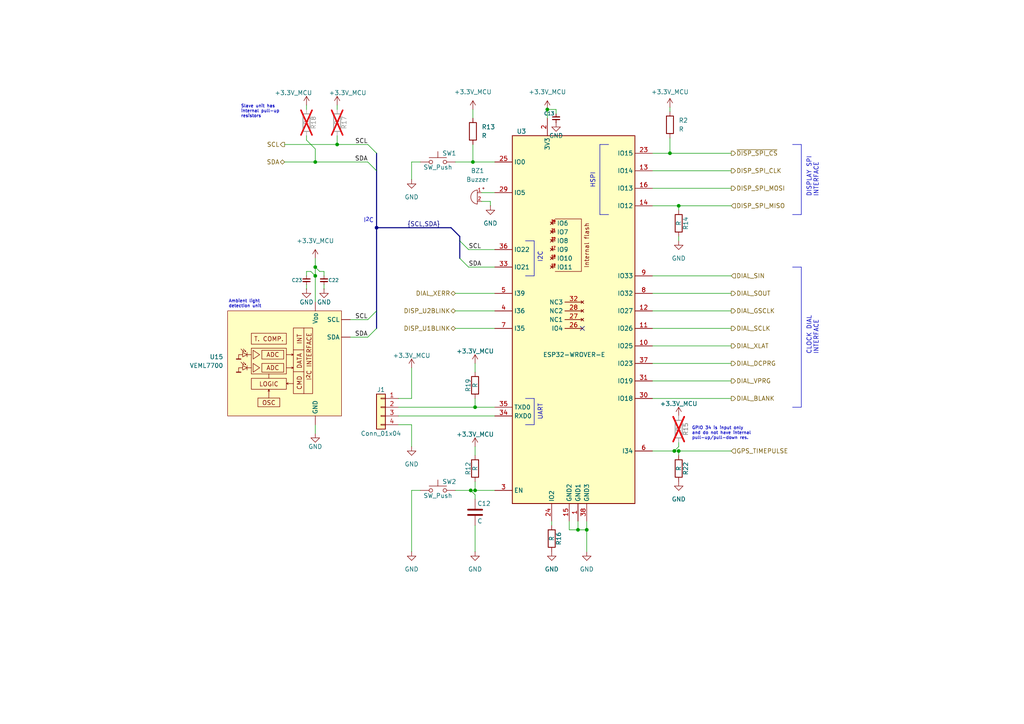
<source format=kicad_sch>
(kicad_sch (version 20231120) (generator "eeschema") (generator_version "8.0")
  (paper "A4")
  (title_block (title "Broadcast Clock") (date "2024-05-06") (rev "v1.0") (company "https://espenandersen.no") (comment 1 "MCU"))
  (lib_symbols
    (symbol "Connector_Generic:Conn_01x04" (pin_names (offset 1.016) hide)
      (property "Reference" "J" (at 0 5.08 0))
      (property "Value" "Conn_01x04" (at 0 -7.62 0))
      (symbol "Conn_01x04_1_1"
        (rectangle (start -1.27 -4.953) (end 0 -5.207) (stroke (width 0.1524)))
        (rectangle (start -1.27 -2.413) (end 0 -2.667) (stroke (width 0.1524)))
        (rectangle (start -1.27 0.127) (end 0 -0.127) (stroke (width 0.1524)))
        (rectangle (start -1.27 2.667) (end 0 2.413) (stroke (width 0.1524)))
        (rectangle (start -1.27 3.81) (end 1.27 -6.35) (stroke (width 0.254)) (fill (type background)))
        (pin passive line (at -5.08 2.54 0) (length 3.81) (name "Pin_1") (number "1"))
        (pin passive line (at -5.08 0 0) (length 3.81) (name "Pin_2") (number "2"))
        (pin passive line (at -5.08 -2.54 0) (length 3.81) (name "Pin_3") (number "3"))
        (pin passive line (at -5.08 -5.08 0) (length 3.81) (name "Pin_4") (number "4"))
      )
    )
    (symbol "Device:C" (pin_numbers hide) (pin_names (offset 0.254))
      (property "Reference" "C" (at 0.635 2.54 0))
      (property "Value" "C" (at 0.635 -2.54 0))
      (symbol "C_0_1"
        (polyline (pts (xy -2.032 -0.762) (xy 2.032 -0.762)) (stroke (width 0.508)))
        (polyline (pts (xy -2.032 0.762) (xy 2.032 0.762)) (stroke (width 0.508)))
      )
      (symbol "C_1_1"
        (pin passive line (at 0 3.81 270) (length 2.794) (name "~") (number "1"))
        (pin passive line (at 0 -3.81 90) (length 2.794) (name "~") (number "2"))
      )
    )
    (symbol "Device:R" (pin_numbers hide) (pin_names (offset 0))
      (property "Reference" "R" (at 2.032 0 90))
      (property "Value" "R" (at 0 0 90))
      (symbol "R_0_1"
        (rectangle (start -1.016 -2.54) (end 1.016 2.54) (stroke (width 0.254)))
      )
      (symbol "R_1_1"
        (pin passive line (at 0 3.81 270) (length 1.27) (name "~") (number "1"))
        (pin passive line (at 0 -3.81 90) (length 1.27) (name "~") (number "2"))
      )
    )
    (symbol "Device_espena:Buzzer" (pin_names (offset 0.0254) hide)
      (property "Reference" "BZ" (at 2.286 1.27 0))
      (property "Value" "Buzzer" (at 2.286 -1.27 0))
      (symbol "Buzzer_0_1"
        (arc (start 0 -2.032) (mid 1.8758 0) (end 0 2.032))
        (polyline (pts (xy -2.032 2.54) (xy -1.524 2.54)))
        (polyline (pts (xy -1.778 2.794) (xy -1.778 2.286)))
        (polyline (pts (xy 0 2.032) (xy 0 -2.032)))
      )
      (symbol "Buzzer_1_1"
        (pin passive line (at -1.27 1.27 0) (length 1.27) (name "-") (number "1"))
        (pin passive line (at -1.27 -1.27 0) (length 1.27) (name "+") (number "2"))
      )
    )
    (symbol "Device_espena:C_Decoupling" (pin_numbers hide) (pin_names (offset 0.254) hide)
      (property "Reference" "C" (at 0.4572 1.3716 0))
      (symbol "C_Decoupling_0_1"
        (polyline (pts (xy -1.016 -0.381) (xy 1.016 -0.381)) (stroke (width 0.3302)))
        (polyline (pts (xy -1.016 0.381) (xy 1.016 0.381)) (stroke (width 0.3302)))
      )
      (symbol "C_Decoupling_1_1"
        (pin passive line (at 0 1.27 270) (length 0.7938) (name "~") (number "1"))
        (pin passive line (at 0 -1.27 90) (length 0.7938) (name "~") (number "2"))
      )
    )
    (symbol "RF_Module_espena:ESP32-WROVER-E"
      (property "Reference" "U" (at -16.51 53.34 0))
      (property "Value" "ESP32-WROVER-E" (at -8.89 -11.43 0))
      (symbol "ESP32-WROVER-E_0_1"
        (rectangle (start -17.78 52.07) (end 17.78 -54.61) (stroke (width 0.254)) (fill (type background)))
        (polyline (pts (xy -5.35 27.94) (xy 2.27 27.94) (xy 2.27 12.7) (xy -5.35 12.7)))
        (text "Internal flash" (at 3.81 20.32 900) (effects (font (size 1.27 1.27))))
      )
      (symbol "ESP32-WROVER-E_1_1"
        (pin power_in line (at 1.27 -59.69 90) (length 5.08) (name "GND1") (number "1"))
        (pin bidirectional line (at 22.86 -8.89 180) (length 5.08) (name "IO25") (number "10"))
        (pin bidirectional line (at 22.86 -3.81 180) (length 5.08) (name "IO26") (number "11"))
        (pin bidirectional line (at 22.86 1.27 180) (length 5.08) (name "IO27") (number "12"))
        (pin bidirectional line (at 22.86 41.91 180) (length 5.08) (name "IO14") (number "13"))
        (pin bidirectional line (at 22.86 31.75 180) (length 5.08) (name "IO12") (number "14"))
        (pin power_in line (at -1.27 -59.69 90) (length 5.08) (name "GND2") (number "15"))
        (pin bidirectional line (at 22.86 36.83 180) (length 5.08) (name "IO13") (number "16"))
        (pin no_connect line (at -6.35 19.05 0) (length 1) (name "IO9") (number "17"))
        (pin no_connect line (at -6.35 16.51 0) (length 1) (name "IO10") (number "18"))
        (pin no_connect line (at -6.35 13.97 0) (length 1) (name "IO11") (number "19"))
        (pin power_in line (at -7.62 57.15 270) (length 5.08) (name "3V3") (number "2"))
        (pin no_connect line (at -6.35 26.67 0) (length 1) (name "IO6") (number "20"))
        (pin no_connect line (at -6.35 24.13 0) (length 1) (name "IO7") (number "21"))
        (pin no_connect line (at -6.35 21.59 0) (length 1) (name "IO8") (number "22"))
        (pin bidirectional line (at 22.86 46.99 180) (length 5.08) (name "IO15") (number "23"))
        (pin bidirectional line (at -6.35 -59.69 90) (length 5.08) (name "IO2") (number "24"))
        (pin bidirectional line (at -22.86 44.45 0) (length 5.08) (name "IO0") (number "25"))
        (pin bidirectional line (at 2.54 -3.81 180) (length 5.08) (name "IO4") (number "26"))
        (pin no_connect line (at 2.54 -1.27 180) (length 5.08) (name "NC1") (number "27"))
        (pin no_connect line (at 2.54 1.27 180) (length 5.08) (name "NC2") (number "28"))
        (pin bidirectional line (at -22.86 35.56 0) (length 5.08) (name "IO5") (number "29"))
        (pin input line (at -22.86 -50.8 0) (length 5.08) (name "EN") (number "3"))
        (pin bidirectional line (at 22.86 -24.13 180) (length 5.08) (name "IO18") (number "30"))
        (pin bidirectional line (at 22.86 -19.05 180) (length 5.08) (name "IO19") (number "31"))
        (pin no_connect line (at 2.54 3.81 180) (length 5.08) (name "NC3") (number "32"))
        (pin bidirectional line (at -22.86 13.97 0) (length 5.08) (name "IO21") (number "33"))
        (pin bidirectional line (at -22.86 -29.21 0) (length 5.08) (name "RXD0") (number "34"))
        (pin bidirectional line (at -22.86 -26.67 0) (length 5.08) (name "TXD0") (number "35"))
        (pin bidirectional line (at -22.86 19.05 0) (length 5.08) (name "IO22") (number "36"))
        (pin bidirectional line (at 22.86 -13.97 180) (length 5.08) (name "IO23") (number "37"))
        (pin power_in line (at 3.81 -59.69 90) (length 5.08) (name "GND3") (number "38"))
        (pin input line (at -22.86 1.27 0) (length 5.08) (name "I36") (number "4"))
        (pin input line (at -22.86 6.35 0) (length 5.08) (name "I39") (number "5"))
        (pin input line (at 22.86 -39.37 180) (length 5.08) (name "I34") (number "6"))
        (pin input line (at -22.86 -3.81 0) (length 5.08) (name "I35") (number "7"))
        (pin bidirectional line (at 22.86 6.35 180) (length 5.08) (name "IO32") (number "8"))
        (pin bidirectional line (at 22.86 11.43 180) (length 5.08) (name "IO33") (number "9"))
      )
    )
    (symbol "Sensor_Optical_espena:VEML7700"
      (property "Reference" "U" (at -7.62 8.89 0))
      (property "Value" "VEML7700" (at -13.335 3.175 0))
      (symbol "VEML7700_0_1"
        (rectangle (start -25.4 5.08) (end 7.62 -25.4) (fill (type background)))
        (rectangle (start -18.542 -14.478) (end -8.382 -17.653))
        (rectangle (start -18.542 -5.7404) (end -8.382 -13.208))
        (rectangle (start -18.542 -1.397) (end -8.382 -4.572))
        (rectangle (start -16.637 -20.193) (end -10.287 -22.733))
        (rectangle (start -15.494 -10.16) (end -9.144 -12.7))
        (rectangle (start -15.494 -6.35) (end -9.144 -8.89))
        (rectangle (start -6.35 0.127) (end -0.762 -18.923))
        (polyline (pts (xy -22.86 -12.7) (xy -21.59 -12.7)) (stroke (width 0.3)))
        (polyline (pts (xy -22.86 -8.89) (xy -21.59 -8.89)) (stroke (width 0.3)))
        (polyline (pts (xy -22.225 -11.43) (xy -22.225 -12.7)))
        (polyline (pts (xy -22.225 -7.62) (xy -22.225 -8.89)))
        (polyline (pts (xy -21.0566 -11.43) (xy -22.225 -11.43)))
        (polyline (pts (xy -21.0566 -7.62) (xy -22.225 -7.62)))
        (polyline (pts (xy -20.828 -10.541) (xy -21.0566 -10.541)))
        (polyline (pts (xy -20.828 -6.731) (xy -21.0566 -6.731)))
        (polyline (pts (xy -20.1676 -10.541) (xy -20.3962 -10.541)))
        (polyline (pts (xy -20.1676 -6.731) (xy -20.3962 -6.731)))
        (polyline (pts (xy -19.7866 -11.43) (xy -18.542 -11.43)))
        (polyline (pts (xy -19.7866 -10.795) (xy -19.7866 -12.065)))
        (polyline (pts (xy -19.7866 -7.62) (xy -18.542 -7.62)))
        (polyline (pts (xy -19.7866 -6.985) (xy -19.7866 -8.255)))
        (polyline (pts (xy -13.462 -17.653) (xy -13.208 -18.288)))
        (polyline (pts (xy -13.462 -14.478) (xy -13.462 -13.208)))
        (polyline (pts (xy -8.382 -16.002) (xy -7.874 -16.256)))
        (polyline (pts (xy -6.35 -12.573) (xy -3.302 -12.573)))
        (polyline (pts (xy -6.35 -11.43) (xy -6.858 -11.684)))
        (polyline (pts (xy -6.35 -7.62) (xy -6.858 -7.874)))
        (polyline (pts (xy -6.35 -6.223) (xy -3.302 -6.223)))
        (polyline (pts (xy -3.302 -18.923) (xy -3.302 0.127)))
        (polyline (pts (xy -21.5392 -9.779) (xy -20.828 -10.541) (xy -20.828 -10.287)))
        (polyline (pts (xy -21.5392 -5.969) (xy -20.828 -6.731) (xy -20.828 -6.477)))
        (polyline (pts (xy -20.8788 -9.779) (xy -20.1676 -10.541) (xy -20.1676 -10.287)))
        (polyline (pts (xy -20.8788 -5.969) (xy -20.1676 -6.731) (xy -20.1676 -6.477)))
        (polyline (pts (xy -13.462 -20.193) (xy -13.462 -17.653) (xy -13.716 -18.288)))
        (polyline (pts (xy -8.382 -11.43) (xy -6.35 -11.43) (xy -6.858 -11.176)))
        (polyline (pts (xy -8.382 -7.62) (xy -6.35 -7.62) (xy -6.858 -7.366)))
        (polyline (pts (xy -6.35 -16.002) (xy -8.382 -16.002) (xy -7.874 -15.748)))
        (polyline (pts (xy -21.0566 -10.795) (xy -21.0566 -12.065) (xy -19.7866 -11.43) (xy -21.0566 -10.795)))
        (polyline (pts (xy -21.0566 -6.985) (xy -21.0566 -8.255) (xy -19.7866 -7.62) (xy -21.0566 -6.985)))
        (polyline (pts (xy -18.034 -10.16) (xy -18.034 -12.7) (xy -16.129 -11.43) (xy -18.034 -10.16)))
        (polyline (pts (xy -18.034 -6.35) (xy -18.034 -8.89) (xy -16.129 -7.62) (xy -18.034 -6.35)))
        (text "ADC" (at -12.319 -11.43 0) (effects (font (size 1.27 1.27))))
        (text "ADC" (at -12.319 -7.62 0) (effects (font (size 1.27 1.27))))
        (text "CMD" (at -4.572 -15.748 900) (effects (font (size 1.27 1.27))))
        (text "DATA" (at -4.572 -9.398 900) (effects (font (size 1.27 1.27))))
        (text "I^{2}C INTERFACE" (at -1.778 -8.128 900) (effects (font (size 1.27 1.27))))
        (text "INT" (at -4.572 -3.048 900) (effects (font (size 1.27 1.27))))
        (text "LOGIC" (at -13.462 -16.129 0) (effects (font (size 1.27 1.27))))
        (text "OSC" (at -13.462 -21.5646 0) (effects (font (size 1.27 1.27))))
        (text "T. COMP." (at -13.462 -3.048 0) (effects (font (size 1.27 1.27))))
      )
      (symbol "VEML7700_1_1"
        (pin power_in line (at 0 -27.94 90) (length 2.54) (name "GND") (number ""))
        (pin input line (at 10.16 2.54 180) (length 2.54) (name "SCL") (number ""))
        (pin input line (at 10.16 -2.54 180) (length 2.54) (name "SDA") (number ""))
        (pin power_in line (at 0 7.62 270) (length 2.54) (name "V_{DD}") (number ""))
      )
    )
    (symbol "Switch:SW_Push" (pin_numbers hide) (pin_names (offset 1.016) hide)
      (property "Reference" "SW" (at 1.27 2.54 0))
      (property "Value" "SW_Push" (at 0 -1.524 0))
      (symbol "SW_Push_0_1"
        (circle (center -2.032 0) (radius 0.508))
        (polyline (pts (xy 0 1.27) (xy 0 3.048)))
        (polyline (pts (xy 2.54 1.27) (xy -2.54 1.27)))
        (circle (center 2.032 0) (radius 0.508))
        (pin passive line (at -5.08 0 0) (length 2.54) (name "1") (number "1"))
        (pin passive line (at 5.08 0 180) (length 2.54) (name "2") (number "2"))
      )
    )
    (symbol "power:GND" (power) (pin_numbers hide) (pin_names (offset 0) hide)
      (property "Value" "GND" (at 0 -3.81 0))
      (symbol "GND_0_1"
        (polyline (pts (xy 0 0) (xy 0 -1.27) (xy 1.27 -1.27) (xy 0 -2.54) (xy -1.27 -1.27) (xy 0 -1.27)))
      )
      (symbol "GND_1_1"
        (pin power_in line (at 0 0 270) (length 0) (name "~") (number "1"))
      )
    )
    (symbol "power_espena:+3.3V_MCU" (power) (pin_names (offset 0))
      (property "Value" "+3.3V_MCU" (at 0 3.556 0))
      (symbol "+3.3V_MCU_0_1"
        (polyline (pts (xy -0.762 1.27) (xy 0 2.54)))
        (polyline (pts (xy 0 0) (xy 0 2.54)))
        (polyline (pts (xy 0 2.54) (xy 0.762 1.27)))
      )
      (symbol "+3.3V_MCU_1_1"
        (pin power_out line (at 0 0 90) (length 0) hide (name "+3.3V_MCU") (number "1"))
      )
    )
  )
  (junction (at 137.795 142.24))
  (junction (at 109.22 66.04))
  (junction (at 137.795 118.11))
  (junction (at 170.18 153.67))
  (junction (at 196.85 59.69))
  (junction (at 196.85 130.81))
  (junction (at 137.16 46.99))
  (junction (at 97.79 41.91))
  (junction (at 136.525 142.24))
  (junction (at 158.75 31.75))
  (junction (at 195.58 130.81))
  (junction (at 91.44 77.47))
  (junction (at 91.44 80.01))
  (junction (at 194.31 44.45))
  (junction (at 167.64 153.67))
  (junction (at 91.44 46.99))
  (no_connect (at 168.91 95.25))
  (bus_entry (at 109.22 90.17) (size -2.54 2.54))
  (bus_entry (at 109.22 95.25) (size -2.54 2.54))
  (bus_entry (at 133.35 74.93) (size 2.54 2.54))
  (bus_entry (at 106.68 41.91) (size 2.54 2.54))
  (bus_entry (at 133.35 69.85) (size 2.54 2.54))
  (bus_entry (at 106.68 46.99) (size 2.54 2.54))
  (polyline (pts (xy 154.94 69.85) (xy 154.94 80.01)))
  (wire (pts (xy 137.795 129.54) (xy 137.795 132.08)))
  (wire (pts (xy 137.16 41.91) (xy 137.16 46.99)))
  (wire (pts (xy 91.44 74.93) (xy 91.44 77.47)))
  (wire (pts (xy 132.08 90.17) (xy 143.51 90.17)))
  (polyline (pts (xy 173.99 41.91) (xy 176.53 41.91)))
  (wire (pts (xy 115.57 120.65) (xy 143.51 120.65)))
  (wire (pts (xy 119.38 142.24) (xy 121.92 142.24)))
  (bus (pts (xy 109.22 66.04) (xy 109.22 90.17)))
  (wire (pts (xy 189.23 59.69) (xy 196.85 59.69)))
  (wire (pts (xy 189.23 110.49) (xy 212.09 110.49)))
  (wire (pts (xy 82.55 41.91) (xy 97.79 41.91)))
  (wire (pts (xy 97.79 39.37) (xy 97.79 41.91)))
  (wire (pts (xy 137.795 143.51) (xy 137.795 144.78)))
  (wire (pts (xy 137.795 139.7) (xy 137.795 142.24)))
  (wire (pts (xy 194.31 40.005) (xy 194.31 44.45)))
  (wire (pts (xy 88.9 82.55) (xy 88.9 83.82)))
  (polyline (pts (xy 173.99 62.23) (xy 176.53 62.23)))
  (polyline (pts (xy 173.99 41.91) (xy 173.99 62.23)))
  (polyline (pts (xy 152.4 115.57) (xy 154.94 115.57)))
  (wire (pts (xy 160.02 151.13) (xy 160.02 152.4)))
  (wire (pts (xy 142.24 58.42) (xy 142.24 59.69)))
  (wire (pts (xy 119.38 106.68) (xy 119.38 115.57)))
  (wire (pts (xy 137.795 152.4) (xy 137.795 160.02)))
  (wire (pts (xy 115.57 123.19) (xy 119.38 123.19)))
  (bus (pts (xy 130.81 66.04) (xy 133.35 68.58)))
  (wire (pts (xy 91.44 77.47) (xy 91.44 80.01)))
  (wire (pts (xy 132.08 46.99) (xy 137.16 46.99)))
  (polyline (pts (xy 232.41 41.91) (xy 232.41 62.23)))
  (wire (pts (xy 91.44 123.19) (xy 91.44 125.73)))
  (wire (pts (xy 93.98 82.55) (xy 93.98 83.82)))
  (wire (pts (xy 93.98 78.74) (xy 93.98 80.01)))
  (wire (pts (xy 119.38 123.19) (xy 119.38 129.54)))
  (wire (pts (xy 119.38 142.24) (xy 119.38 160.02)))
  (polyline (pts (xy 229.87 62.23) (xy 232.41 62.23)))
  (wire (pts (xy 88.9 39.37) (xy 88.9 40.64)))
  (bus (pts (xy 109.22 44.45) (xy 109.22 49.53)))
  (wire (pts (xy 196.85 59.69) (xy 212.09 59.69)))
  (wire (pts (xy 137.16 46.99) (xy 143.51 46.99)))
  (wire (pts (xy 137.795 105.41) (xy 137.795 107.95)))
  (wire (pts (xy 189.23 80.01) (xy 212.09 80.01)))
  (wire (pts (xy 189.23 130.81) (xy 195.58 130.81)))
  (wire (pts (xy 91.44 77.47) (xy 92.71 78.74)))
  (polyline (pts (xy 232.41 77.47) (xy 232.41 118.11)))
  (wire (pts (xy 136.525 142.24) (xy 137.795 142.24)))
  (wire (pts (xy 196.85 130.81) (xy 212.09 130.81)))
  (wire (pts (xy 97.79 41.91) (xy 106.68 41.91)))
  (wire (pts (xy 167.64 151.13) (xy 167.64 153.67)))
  (wire (pts (xy 189.23 44.45) (xy 194.31 44.45)))
  (wire (pts (xy 88.9 40.64) (xy 91.44 43.18)))
  (bus (pts (xy 109.22 90.17) (xy 109.22 95.25)))
  (wire (pts (xy 132.08 142.24) (xy 136.525 142.24)))
  (polyline (pts (xy 152.4 123.19) (xy 154.94 123.19)))
  (wire (pts (xy 119.38 46.99) (xy 121.92 46.99)))
  (bus (pts (xy 109.22 49.53) (xy 109.22 66.04)))
  (wire (pts (xy 137.795 115.57) (xy 137.795 118.11)))
  (wire (pts (xy 170.18 153.67) (xy 170.18 160.02)))
  (wire (pts (xy 189.23 90.17) (xy 212.09 90.17)))
  (wire (pts (xy 90.17 78.74) (xy 91.44 80.01)))
  (wire (pts (xy 137.795 118.11) (xy 143.51 118.11)))
  (wire (pts (xy 135.89 77.47) (xy 143.51 77.47)))
  (wire (pts (xy 196.85 129.54) (xy 195.58 130.81)))
  (bus (pts (xy 109.22 66.04) (xy 130.81 66.04)))
  (wire (pts (xy 158.75 31.75) (xy 158.75 34.29)))
  (wire (pts (xy 189.23 100.33) (xy 212.09 100.33)))
  (wire (pts (xy 170.18 153.67) (xy 167.64 153.67)))
  (bus (pts (xy 133.35 68.58) (xy 133.35 69.85)))
  (wire (pts (xy 189.23 85.09) (xy 212.09 85.09)))
  (wire (pts (xy 196.85 132.08) (xy 196.85 130.81)))
  (polyline (pts (xy 229.87 77.47) (xy 232.41 77.47)))
  (wire (pts (xy 92.71 78.74) (xy 93.98 78.74)))
  (wire (pts (xy 91.44 46.99) (xy 106.68 46.99)))
  (wire (pts (xy 90.17 78.74) (xy 88.9 78.74)))
  (wire (pts (xy 189.23 95.25) (xy 212.09 95.25)))
  (wire (pts (xy 161.29 33.02) (xy 161.29 31.75)))
  (polyline (pts (xy 154.94 115.57) (xy 154.94 123.19)))
  (wire (pts (xy 101.6 92.71) (xy 106.68 92.71)))
  (wire (pts (xy 88.9 78.74) (xy 88.9 80.01)))
  (wire (pts (xy 165.1 151.13) (xy 165.1 153.67)))
  (wire (pts (xy 143.51 55.88) (xy 139.7 55.88)))
  (wire (pts (xy 132.08 85.09) (xy 143.51 85.09)))
  (wire (pts (xy 137.795 142.24) (xy 143.51 142.24)))
  (wire (pts (xy 196.85 68.58) (xy 196.85 69.85)))
  (wire (pts (xy 135.89 72.39) (xy 143.51 72.39)))
  (polyline (pts (xy 229.87 118.11) (xy 232.41 118.11)))
  (wire (pts (xy 170.18 151.13) (xy 170.18 153.67)))
  (wire (pts (xy 142.24 58.42) (xy 139.7 58.42)))
  (wire (pts (xy 195.58 130.81) (xy 196.85 130.81)))
  (wire (pts (xy 189.23 54.61) (xy 212.09 54.61)))
  (wire (pts (xy 158.75 31.75) (xy 161.29 31.75)))
  (polyline (pts (xy 152.4 69.85) (xy 154.94 69.85)))
  (wire (pts (xy 88.9 30.48) (xy 88.9 31.75)))
  (wire (pts (xy 91.44 43.18) (xy 91.44 46.99)))
  (wire (pts (xy 189.23 49.53) (xy 212.09 49.53)))
  (bus (pts (xy 133.35 69.85) (xy 133.35 74.93)))
  (wire (pts (xy 137.795 143.51) (xy 136.525 142.24)))
  (wire (pts (xy 137.16 31.75) (xy 137.16 34.29)))
  (polyline (pts (xy 152.4 80.01) (xy 154.94 80.01)))
  (wire (pts (xy 196.85 59.69) (xy 196.85 60.96)))
  (wire (pts (xy 194.31 44.45) (xy 212.09 44.45)))
  (wire (pts (xy 132.08 95.25) (xy 143.51 95.25)))
  (wire (pts (xy 115.57 118.11) (xy 137.795 118.11)))
  (wire (pts (xy 115.57 115.57) (xy 119.38 115.57)))
  (wire (pts (xy 194.31 31.115) (xy 194.31 32.385)))
  (wire (pts (xy 97.79 30.48) (xy 97.79 31.75)))
  (polyline (pts (xy 229.87 41.91) (xy 232.41 41.91)))
  (wire (pts (xy 91.44 80.01) (xy 91.44 87.63)))
  (wire (pts (xy 167.64 153.67) (xy 165.1 153.67)))
  (wire (pts (xy 119.38 46.99) (xy 119.38 52.07)))
  (wire (pts (xy 189.23 105.41) (xy 212.09 105.41)))
  (wire (pts (xy 189.23 115.57) (xy 212.09 115.57)))
  (wire (pts (xy 101.6 97.79) (xy 106.68 97.79)))
  (wire (pts (xy 196.85 128.27) (xy 196.85 129.54)))
  (wire (pts (xy 82.55 46.99) (xy 91.44 46.99)))
  (text "HSPI" (at 172.72 54.61 90) (effects (font (size 1.27 1.27)) (justify left bottom)))
  (text "I2C" (at 157.48 76.2 90) (effects (font (size 1.27 1.27)) (justify left bottom)))
  (text "CLOCK DIAL\nINTERFACE" (at 237.49 102.87 90) (effects (font (size 1.27 1.27)) (justify left bottom)))
  (text "Ambient light\ndetection unit" (at 66.294 89.408 0) (effects (font (size 0.889 0.889)) (justify left bottom)))
  (text "DISPLAY SPI\nINTERFACE" (at 237.49 57.15 90) (effects (font (size 1.27 1.27)) (justify left bottom)))
  (text "GPIO 34 is input only\nand do not have internal\npull-up/pull-down res.\n" (at 200.66 127.635 0) (effects (font (size 0.889 0.889)) (justify left bottom)))
  (text "Slave unit has\ninternal pull-up\nresistors\n" (at 69.85 34.29 0) (effects (font (size 0.889 0.889)) (justify left bottom)))
  (text "UART" (at 157.48 121.92 90) (effects (font (size 1.27 1.27)) (justify left bottom)))
  (text "I^{2}C" (at 105.41 64.77 0) (effects (font (size 1.27 1.27)) (justify left bottom)))
  (label "SDA" (at 135.89 77.47 0))
  (label "SCL" (at 106.68 41.91 180))
  (label "SCL" (at 135.89 72.39 0))
  (label "SDA" (at 106.68 46.99 180))
  (label "SCL" (at 106.68 92.71 180))
  (label "SDA" (at 106.68 97.79 180))
  (label "{SCL,SDA}" (at 118.11 66.04 0))
  (hierarchical_label "DISP_SPI_MOSI" (shape output) (at 212.09 54.61 0))
  (hierarchical_label "DIAL_BLANK" (shape output) (at 212.09 115.57 0))
  (hierarchical_label "DIAL_XLAT" (shape output) (at 212.09 100.33 0))
  (hierarchical_label "~{DISP_SPI_CS}" (shape output) (at 212.09 44.45 0))
  (hierarchical_label "SDA" (shape bidirectional) (at 82.55 46.99 180))
  (hierarchical_label "SCL" (shape output) (at 82.55 41.91 180))
  (hierarchical_label "DIAL_XERR" (shape bidirectional) (at 132.08 85.09 180))
  (hierarchical_label "DIAL_SIN" (shape input) (at 212.09 80.01 0))
  (hierarchical_label "DIAL_DCPRG" (shape output) (at 212.09 105.41 0))
  (hierarchical_label "DISP_U2BLINK" (shape bidirectional) (at 132.08 90.17 180))
  (hierarchical_label "DIAL_VPRG" (shape output) (at 212.09 110.49 0))
  (hierarchical_label "DISP_SPI_MISO" (shape input) (at 212.09 59.69 0))
  (hierarchical_label "DIAL_GSCLK" (shape output) (at 212.09 90.17 0))
  (hierarchical_label "DIAL_SCLK" (shape output) (at 212.09 95.25 0))
  (hierarchical_label "GPS_TIMEPULSE" (shape input) (at 212.09 130.81 0))
  (hierarchical_label "DISP_U1BLINK" (shape bidirectional) (at 132.08 95.25 180))
  (hierarchical_label "DISP_SPI_CLK" (shape output) (at 212.09 49.53 0))
  (hierarchical_label "DIAL_SOUT" (shape output) (at 212.09 85.09 0))
  (symbol (lib_id "Device_espena:C_Decoupling") (at 93.98 81.28 0) (mirror y) (unit 1)
    (property "Reference" "C22" (at 98.298 81.28 0) (effects (font (size 1 1)) (justify left)))
    (property "Value" "C_Decoupling" (effects (hide yes)))
    (property "Description" "Unpolarized capacitor, small symbol" (effects (hide yes)))
  )
  (symbol (lib_id "power_espena:+3.3V_MCU") (at 88.9 30.48 0) (unit 1)
    (property "Reference" "#PWR_MCU036" (effects (hide yes)))
    (property "Value" "+3.3V_MCU" (at 85.09 26.924 0))
    (property "Description" "Power symbol creates a global label with name \"+3.3V\"" (effects (hide yes)))
  )
  (symbol (lib_id "power_espena:+3.3V_MCU") (at 97.79 30.48 0) (unit 1)
    (property "Reference" "#PWR_MCU035" (effects (hide yes)))
    (property "Value" "+3.3V_MCU" (at 100.838 26.924 0))
    (property "Description" "Power symbol creates a global label with name \"+3.3V\"" (effects (hide yes)))
  )
  (symbol (lib_id "Device:R") (at 88.9 35.56 0) (unit 1) (dnp yes)
    (property "Reference" "R18" (at 90.932 35.56 90))
    (property "Value" "R" (at 88.9 35.56 90))
    (property "Description" "Resistor" (effects (hide yes)))
  )
  (symbol (lib_id "power:GND") (at 119.38 160.02 0) (unit 1)
    (property "Reference" "#PWR032" (effects (hide yes)))
    (property "Value" "GND" (at 119.38 165.1 0))
    (property "Description" "Power symbol creates a global label with name \"GND\" , ground" (effects (hide yes)))
  )
  (symbol (lib_id "power:GND") (at 161.29 35.56 0) (unit 1)
    (property "Reference" "#PWR029" (effects (hide yes)))
    (property "Value" "GND" (at 161.29 39.37 0))
    (property "Description" "Power symbol creates a global label with name \"GND\" , ground" (effects (hide yes)))
  )
  (symbol (lib_id "Device:R") (at 160.02 156.21 0) (unit 1)
    (property "Reference" "R16" (at 162.052 156.21 90))
    (property "Value" "R" (at 160.02 156.21 90))
    (property "Description" "Resistor" (effects (hide yes)))
  )
  (symbol (lib_id "Sensor_Optical_espena:VEML7700") (at 91.44 95.25 0) (unit 1)
    (property "Reference" "U15" (at 64.77 103.5049 0) (effects (justify right)))
    (property "Value" "VEML7700" (at 64.77 106.0449 0) (effects (justify right)))
    (property "Datasheet" "https://www.vishay.com/docs/84286/veml7700.pdf" (effects (hide yes)))
    (property "Description" "Ambient light sensor with I2C interface." (effects (hide yes)))
  )
  (symbol (lib_id "Device:R") (at 196.85 64.77 0) (unit 1)
    (property "Reference" "R14" (at 198.882 64.77 90))
    (property "Value" "R" (at 196.85 64.77 90))
    (property "Description" "Resistor" (effects (hide yes)))
  )
  (symbol (lib_id "power_espena:+3.3V_MCU") (at 119.38 106.68 0) (unit 1)
    (property "Reference" "#PWR_MCU037" (effects (hide yes)))
    (property "Value" "+3.3V_MCU" (at 119.38 103.124 0))
    (property "Description" "Power symbol creates a global label with name \"+3.3V\"" (effects (hide yes)))
  )
  (symbol (lib_id "Switch:SW_Push") (at 127 46.99 0) (unit 1)
    (property "Reference" "SW1" (at 128.27 44.45 0) (effects (justify left)))
    (property "Value" "SW_Push" (at 127 48.514 0))
    (property "Description" "Push button switch, generic, two pins" (effects (hide yes)))
  )
  (symbol (lib_id "power:GND") (at 170.18 160.02 0) (mirror y) (unit 1)
    (property "Reference" "#PWR028" (effects (hide yes)))
    (property "Value" "GND" (at 170.18 165.1 0))
    (property "Description" "Power symbol creates a global label with name \"GND\" , ground" (effects (hide yes)))
  )
  (symbol (lib_id "power_espena:+3.3V_MCU") (at 158.75 31.75 0) (unit 1)
    (property "Reference" "#PWR_MCU027" (effects (hide yes)))
    (property "Value" "+3.3V_MCU" (at 158.75 26.67 0))
    (property "Description" "Power symbol creates a global label with name \"+3.3V\"" (effects (hide yes)))
  )
  (symbol (lib_id "Connector_Generic:Conn_01x04") (at 110.49 118.11 0) (mirror y) (unit 1)
    (property "Reference" "J1" (at 110.49 113.03 0))
    (property "Value" "Conn_01x04" (at 110.49 125.73 0))
    (property "Description" "Generic connector, single row, 01x04, script generated (kicad-library-utils/schlib/autogen/connector/)" (effects (hide yes)))
  )
  (symbol (lib_id "power:GND") (at 160.02 160.02 0) (unit 1)
    (property "Reference" "#PWR034" (effects (hide yes)))
    (property "Value" "GND" (at 160.02 165.1 0))
    (property "Description" "Power symbol creates a global label with name \"GND\" , ground" (effects (hide yes)))
  )
  (symbol (lib_id "RF_Module_espena:ESP32-WROVER-E") (at 166.37 91.44 0) (unit 1)
    (property "Reference" "U3" (at 149.86 38.1 0) (effects (justify left)))
    (property "Value" "ESP32-WROVER-E" (at 157.48 102.87 0) (effects (justify left)))
    (property "Footprint" "RF_Module_espena:ESP32-WROVER-E" (effects (hide yes)))
    (property "Datasheet" "https://www.espressif.com/sites/default/files/documentation/esp32-wrover-b_datasheet_en.pdf" (effects (hide yes)))
    (property "Description" "RF Module, ESP32-D0WDQ6 SoC, Wi-Fi 802.11b/g/n, 32-bit, 2.7-3.6V, onboard antenna, SMD" (effects (hide yes)))
  )
  (symbol (lib_id "power:GND") (at 142.24 59.69 0) (mirror y) (unit 1)
    (property "Reference" "#PWR057" (effects (hide yes)))
    (property "Value" "GND" (at 142.24 64.77 0))
    (property "Description" "Power symbol creates a global label with name \"GND\" , ground" (effects (hide yes)))
  )
  (symbol (lib_id "Device:R") (at 196.85 135.89 0) (unit 1)
    (property "Reference" "R22" (at 198.882 135.89 90))
    (property "Value" "R" (at 196.85 135.89 90))
    (property "Description" "Resistor" (effects (hide yes)))
  )
  (symbol (lib_id "power:GND") (at 137.795 160.02 0) (unit 1)
    (property "Reference" "#PWR026" (effects (hide yes)))
    (property "Value" "GND" (at 137.795 165.1 0))
    (property "Description" "Power symbol creates a global label with name \"GND\" , ground" (effects (hide yes)))
  )
  (symbol (lib_id "power_espena:+3.3V_MCU") (at 196.85 120.65 0) (unit 1)
    (property "Reference" "#PWR_MCU02" (effects (hide yes)))
    (property "Value" "+3.3V_MCU" (at 196.85 117.094 0))
    (property "Description" "Power symbol creates a global label with name \"+3.3V\"" (effects (hide yes)))
  )
  (symbol (lib_id "power_espena:+3.3V_MCU") (at 194.31 31.115 0) (mirror y) (unit 1)
    (property "Reference" "#PWR_MCU06" (effects (hide yes)))
    (property "Value" "+3.3V_MCU" (at 194.31 26.67 0))
    (property "Description" "Power symbol creates a global label with name \"+3.3V\"" (effects (hide yes)))
  )
  (symbol (lib_id "Device:R") (at 196.85 124.46 0) (mirror x) (unit 1) (dnp yes)
    (property "Reference" "R15" (at 198.882 124.46 90))
    (property "Value" "R" (at 196.85 124.46 90))
    (property "Description" "Resistor" (effects (hide yes)))
  )
  (symbol (lib_id "Switch:SW_Push") (at 127 142.24 0) (unit 1)
    (property "Reference" "SW2" (at 128.27 139.7 0) (effects (justify left)))
    (property "Value" "SW_Push" (at 127 143.764 0))
    (property "Description" "Push button switch, generic, two pins" (effects (hide yes)))
  )
  (symbol (lib_id "Device_espena:Buzzer") (at 138.43 57.15 0) (mirror y) (unit 1)
    (property "Reference" "BZ1" (at 138.5081 49.53 0))
    (property "Value" "Buzzer" (at 138.5081 52.07 0))
    (property "Description" "Buzzer, polarized" (effects (hide yes)))
  )
  (symbol (lib_id "power:GND") (at 196.85 139.7 0) (unit 1)
    (property "Reference" "#PWR048" (effects (hide yes)))
    (property "Value" "GND" (at 196.85 144.78 0))
    (property "Description" "Power symbol creates a global label with name \"GND\" , ground" (effects (hide yes)))
  )
  (symbol (lib_id "power_espena:+3.3V_MCU") (at 137.795 129.54 0) (mirror y) (unit 1)
    (property "Reference" "#PWR_MCU03" (effects (hide yes)))
    (property "Value" "+3.3V_MCU" (at 137.795 125.984 0))
    (property "Description" "Power symbol creates a global label with name \"+3.3V\"" (effects (hide yes)))
  )
  (symbol (lib_id "Device:R") (at 137.795 135.89 0) (mirror y) (unit 1)
    (property "Reference" "R12" (at 135.763 135.89 90))
    (property "Value" "R" (at 137.795 135.89 90))
    (property "Description" "Resistor" (effects (hide yes)))
  )
  (symbol (lib_id "Device:R") (at 97.79 35.56 0) (unit 1) (dnp yes)
    (property "Reference" "R17" (at 99.822 35.56 90))
    (property "Value" "R" (at 97.79 35.56 90))
    (property "Description" "Resistor" (effects (hide yes)))
  )
  (symbol (lib_id "Device_espena:C_Decoupling") (at 161.29 34.29 0) (mirror y) (unit 1)
    (property "Reference" "C13" (at 160.8328 32.9184 0) (effects (font (size 1 1)) (justify left)))
    (property "Value" "C_Decoupling" (effects (hide yes)))
    (property "Description" "Unpolarized capacitor, small symbol" (effects (hide yes)))
  )
  (symbol (lib_id "Device:R") (at 194.31 36.195 0) (unit 1)
    (property "Reference" "R2" (at 196.85 34.9249 0) (effects (justify left)))
    (property "Value" "R" (at 196.85 37.4649 0) (effects (justify left)))
    (property "Description" "Resistor" (effects (hide yes)))
  )
  (symbol (lib_id "power_espena:+3.3V_MCU") (at 137.795 105.41 0) (mirror y) (unit 1)
    (property "Reference" "#PWR_MCU039" (effects (hide yes)))
    (property "Value" "+3.3V_MCU" (at 137.795 101.854 0))
    (property "Description" "Power symbol creates a global label with name \"+3.3V\"" (effects (hide yes)))
  )
  (symbol (lib_id "power:GND") (at 119.38 129.54 0) (unit 1)
    (property "Reference" "#PWR038" (effects (hide yes)))
    (property "Value" "GND" (at 119.38 134.62 0))
    (property "Description" "Power symbol creates a global label with name \"GND\" , ground" (effects (hide yes)))
  )
  (symbol (lib_id "power:GND") (at 119.38 52.07 0) (unit 1)
    (property "Reference" "#PWR031" (effects (hide yes)))
    (property "Value" "GND" (at 119.38 57.15 0))
    (property "Description" "Power symbol creates a global label with name \"GND\" , ground" (effects (hide yes)))
  )
  (symbol (lib_id "power:GND") (at 196.85 69.85 0) (unit 1)
    (property "Reference" "#PWR033" (effects (hide yes)))
    (property "Value" "GND" (at 196.85 74.93 0))
    (property "Description" "Power symbol creates a global label with name \"GND\" , ground" (effects (hide yes)))
  )
  (symbol (lib_id "Device:C") (at 137.795 148.59 0) (unit 1)
    (property "Reference" "C12" (at 138.43 146.05 0) (effects (justify left)))
    (property "Value" "C" (at 138.43 151.13 0) (effects (justify left)))
    (property "Description" "Unpolarized capacitor" (effects (hide yes)))
  )
  (symbol (lib_id "power:GND") (at 91.44 125.73 0) (unit 1)
    (property "Reference" "#PWR071" (effects (hide yes)))
    (property "Value" "GND" (at 91.44 129.54 0))
    (property "Description" "Power symbol creates a global label with name \"GND\" , ground" (effects (hide yes)))
  )
  (symbol (lib_id "Device_espena:C_Decoupling") (at 88.9 81.28 0) (unit 1)
    (property "Reference" "C23" (at 84.582 81.28 0) (effects (font (size 1 1)) (justify left)))
    (property "Value" "C_Decoupling" (effects (hide yes)))
    (property "Description" "Unpolarized capacitor, small symbol" (effects (hide yes)))
  )
  (symbol (lib_id "power_espena:+3.3V_MCU") (at 137.16 31.75 0) (unit 1)
    (property "Reference" "#PWR_MCU030" (effects (hide yes)))
    (property "Value" "+3.3V_MCU" (at 137.16 26.67 0))
    (property "Description" "Power symbol creates a global label with name \"+3.3V\"" (effects (hide yes)))
  )
  (symbol (lib_id "Device:R") (at 137.795 111.76 0) (mirror y) (unit 1)
    (property "Reference" "R19" (at 135.763 111.76 90))
    (property "Value" "R" (at 137.795 111.76 90))
    (property "Description" "Resistor" (effects (hide yes)))
  )
  (symbol (lib_id "Device:R") (at 137.16 38.1 0) (unit 1)
    (property "Reference" "R13" (at 139.7 36.8299 0) (effects (justify left)))
    (property "Value" "R" (at 139.7 39.3699 0) (effects (justify left)))
    (property "Description" "Resistor" (effects (hide yes)))
  )
  (symbol (lib_id "power:GND") (at 88.9 83.82 0) (mirror y) (unit 1)
    (property "Reference" "#PWR070" (effects (hide yes)))
    (property "Value" "GND" (at 88.9 87.63 0))
    (property "Description" "Power symbol creates a global label with name \"GND\" , ground" (effects (hide yes)))
  )
  (symbol (lib_id "power_espena:+3.3V_MCU") (at 91.44 74.93 0) (unit 1)
    (property "Reference" "#PWR_MCU068" (effects (hide yes)))
    (property "Value" "+3.3V_MCU" (at 91.44 69.85 0))
    (property "Description" "Power symbol creates a global label with name \"+3.3V\"" (effects (hide yes)))
  )
  (symbol (lib_id "power:GND") (at 93.98 83.82 0) (unit 1)
    (property "Reference" "#PWR069" (effects (hide yes)))
    (property "Value" "GND" (at 93.98 87.63 0))
    (property "Description" "Power symbol creates a global label with name \"GND\" , ground" (effects (hide yes)))
  )
)
</source>
